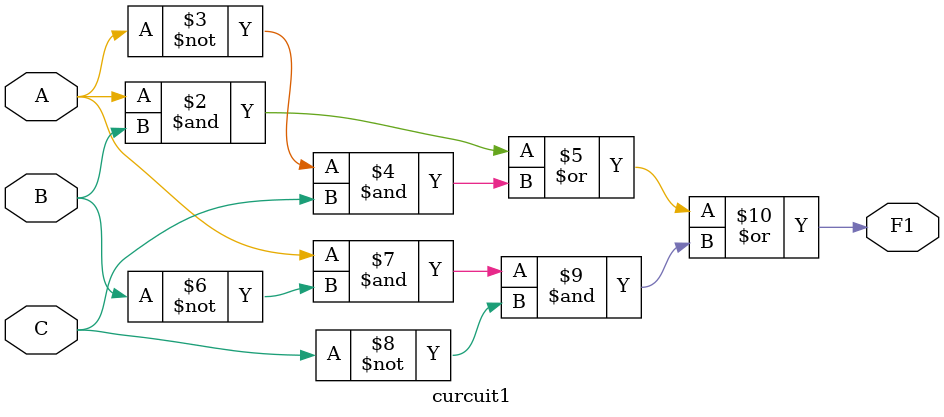
<source format=v>
`timescale 1ns / 1ps


module curcuit1(
    input A,
    input B,
    input C,
    output reg F1
    );
    
    always@ (*) begin
        F1 = (A&B) | (~A&C) | (A&~B&~C);
        
        end
       
endmodule
        
    
    

 
</source>
